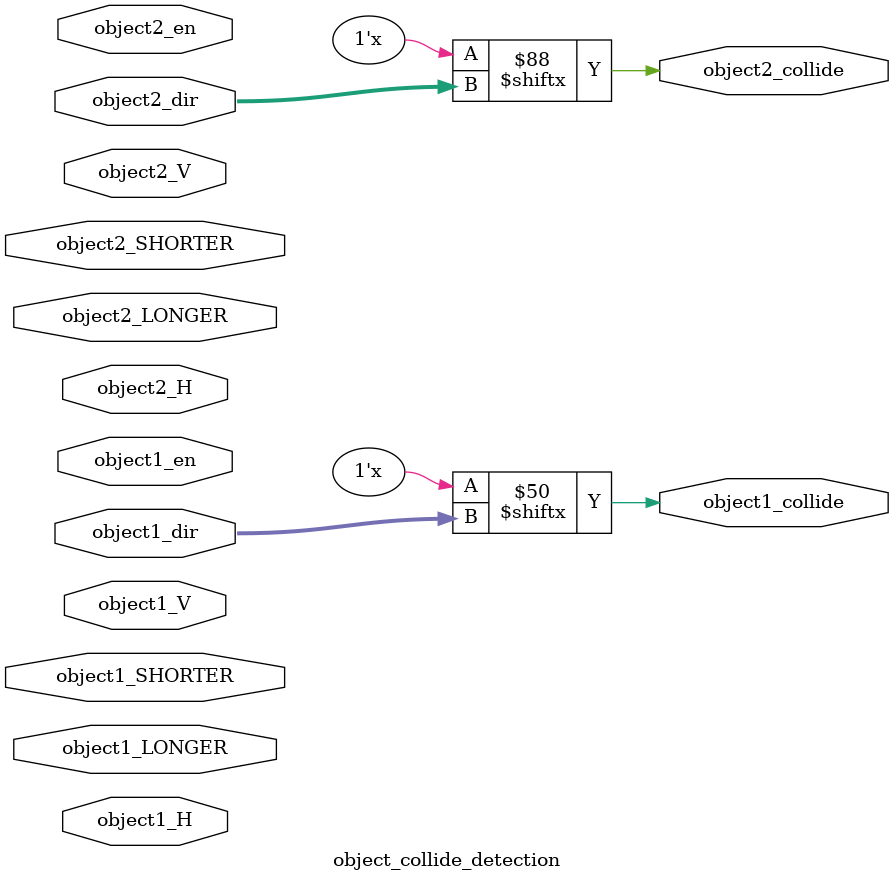
<source format=v>
`timescale 1ns / 1ps


module object_collide_detection(
           input [ 10: 0 ] object1_H,
           input [ 10: 0 ] object1_V,
           input object1_en,
           input [ 1: 0 ] object1_dir,
           input [ 10: 0 ] object1_LONGER,
           input [ 10: 0 ] object1_SHORTER,
           input [ 10: 0 ] object2_H,
           input [ 10: 0 ] object2_V,
           input object2_en,
           input [ 1: 0 ] object2_dir,
           input [ 10: 0 ] object2_LONGER,
           input [ 10: 0 ] object2_SHORTER,
           output reg object1_collide,
           output reg object2_collide
       );

reg [ 3: 0 ] object1_collide_dir, object2_collide_dir;
wire [ 10: 0 ] object1_RBound, object1_DBound;
wire [ 10: 0 ] object2_RBound, object2_DBound;

assign object1_RBound = object1_H + ( ( object1_dir >= 2'b10 ) ? object1_LONGER : object1_SHORTER) ;
assign object1_DBound = object1_V + ( ( object1_dir >= 2'b10 ) ? object1_SHORTER : object1_LONGER) ;
assign object2_RBound = object2_H + ( ( object2_dir >= 2'b10 ) ? object2_LONGER : object2_SHORTER) ;
assign object2_DBound = object2_V + ( ( object2_dir >= 2'b10 ) ? object2_SHORTER : object2_LONGER) ;

always @( * ) begin
    if ( object2_en && object1_RBound <= object2_RBound && object1_RBound >= object2_H &&
            ~( object1_DBound < object2_V || object1_V > object2_DBound ) ) begin
        object1_collide_dir[ 3 ] <= 1;
    end
    else begin
        object1_collide_dir[ 3 ] <= 0;
    end

    if ( object2_en && object1_H <= object2_RBound && object1_H >= object2_H &&
            ~( object1_DBound < object2_V || object1_V > object2_DBound ) ) begin
        object1_collide_dir[ 2 ] <= 1;
    end
    else begin
        object1_collide_dir[ 2 ] <= 0;
    end

    if ( object2_en && object1_V <= object2_DBound && object1_V >= object2_V
            && ~( object1_RBound < object2_H || object1_H > object2_RBound ) ) begin
        object1_collide_dir[ 0 ] <= 1;
    end
    else begin
        object1_collide_dir[ 0 ] <= 0;
    end

    if ( object2_en && object1_DBound <= object2_DBound && object1_DBound >= object2_V
            && ~( object1_RBound < object2_H || object1_H > object2_RBound ) ) begin
        object1_collide_dir[ 1 ] <= 1;
    end
    else begin
        object1_collide_dir[ 1 ] <= 0;
    end
    object1_collide <= object1_collide_dir[ object1_dir ];
end

always @( * ) begin
    if ( object1_en && object2_RBound <= object1_RBound && object2_RBound >= object1_H &&
            ~( object2_DBound < object1_V || object2_V > object1_DBound ) ) begin
        object2_collide_dir[ 3 ] <= 1;
    end
    else begin
        object2_collide_dir[ 3 ] <= 0;
    end

    if ( object1_en && object2_H <= object1_RBound && object2_H >= object1_H &&
            ~( object2_DBound < object1_V || object2_V > object1_DBound ) ) begin
        object2_collide_dir[ 2 ] <= 1;
    end
    else begin
        object2_collide_dir[ 2 ] <= 0;
    end

    if ( object1_en && object2_V <= object1_DBound && object2_V >= object1_V
            && ~( object2_RBound < object1_H || object2_H > object1_RBound ) ) begin
        object2_collide_dir[ 0 ] <= 1;
    end
    else begin
        object2_collide_dir[ 0 ] <= 0;
    end

    if ( object1_en && object2_DBound <= object1_DBound && object2_DBound >= object1_V
            && ~( object2_RBound < object1_H || object2_H > object1_RBound ) ) begin
        object2_collide_dir[ 1 ] <= 1;
    end
    else begin
        object2_collide_dir[ 1 ] <= 0;
    end
    object2_collide <= object2_collide_dir[ object2_dir ];
end


endmodule

</source>
